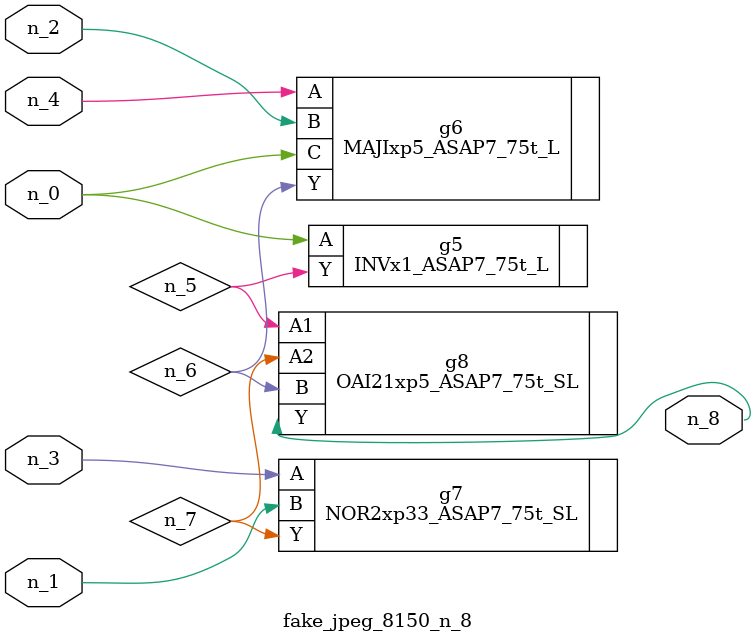
<source format=v>
module fake_jpeg_8150_n_8 (n_3, n_2, n_1, n_0, n_4, n_8);

input n_3;
input n_2;
input n_1;
input n_0;
input n_4;

output n_8;

wire n_6;
wire n_5;
wire n_7;

INVx1_ASAP7_75t_L g5 ( 
.A(n_0),
.Y(n_5)
);

MAJIxp5_ASAP7_75t_L g6 ( 
.A(n_4),
.B(n_2),
.C(n_0),
.Y(n_6)
);

NOR2xp33_ASAP7_75t_SL g7 ( 
.A(n_3),
.B(n_1),
.Y(n_7)
);

OAI21xp5_ASAP7_75t_SL g8 ( 
.A1(n_5),
.A2(n_7),
.B(n_6),
.Y(n_8)
);


endmodule
</source>
